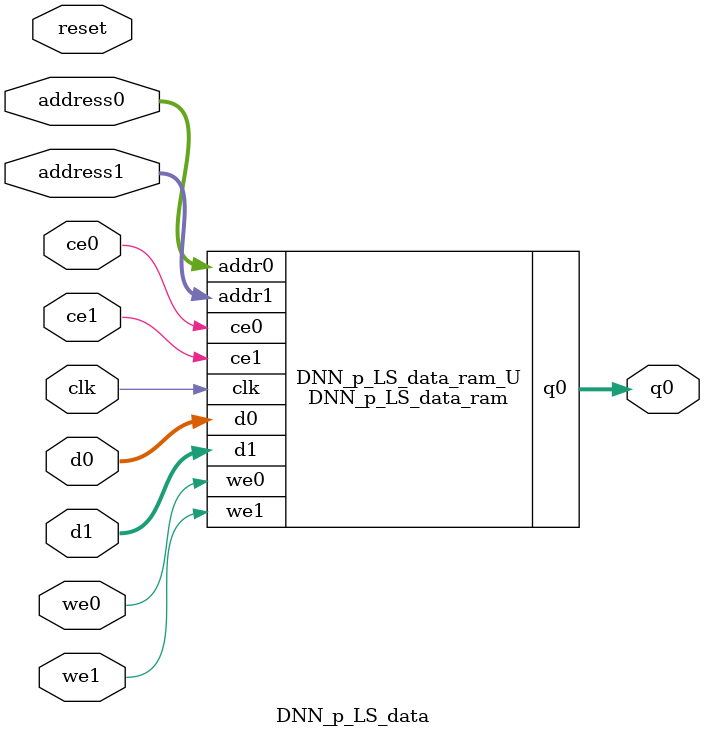
<source format=v>
`timescale 1 ns / 1 ps
module DNN_p_LS_data_ram (addr0, ce0, d0, we0, q0, addr1, ce1, d1, we1,  clk);

parameter DWIDTH = 32;
parameter AWIDTH = 7;
parameter MEM_SIZE = 104;

input[AWIDTH-1:0] addr0;
input ce0;
input[DWIDTH-1:0] d0;
input we0;
output reg[DWIDTH-1:0] q0;
input[AWIDTH-1:0] addr1;
input ce1;
input[DWIDTH-1:0] d1;
input we1;
input clk;

(* ram_style = "block" *)reg [DWIDTH-1:0] ram[0:MEM_SIZE-1];




always @(posedge clk)  
begin 
    if (ce0) 
    begin
        if (we0) 
        begin 
            ram[addr0] <= d0; 
        end 
        q0 <= ram[addr0];
    end
end


always @(posedge clk)  
begin 
    if (ce1) 
    begin
        if (we1) 
        begin 
            ram[addr1] <= d1; 
        end 
    end
end


endmodule

`timescale 1 ns / 1 ps
module DNN_p_LS_data(
    reset,
    clk,
    address0,
    ce0,
    we0,
    d0,
    q0,
    address1,
    ce1,
    we1,
    d1);

parameter DataWidth = 32'd32;
parameter AddressRange = 32'd104;
parameter AddressWidth = 32'd7;
input reset;
input clk;
input[AddressWidth - 1:0] address0;
input ce0;
input we0;
input[DataWidth - 1:0] d0;
output[DataWidth - 1:0] q0;
input[AddressWidth - 1:0] address1;
input ce1;
input we1;
input[DataWidth - 1:0] d1;



DNN_p_LS_data_ram DNN_p_LS_data_ram_U(
    .clk( clk ),
    .addr0( address0 ),
    .ce0( ce0 ),
    .we0( we0 ),
    .d0( d0 ),
    .q0( q0 ),
    .addr1( address1 ),
    .ce1( ce1 ),
    .we1( we1 ),
    .d1( d1 ));

endmodule


</source>
